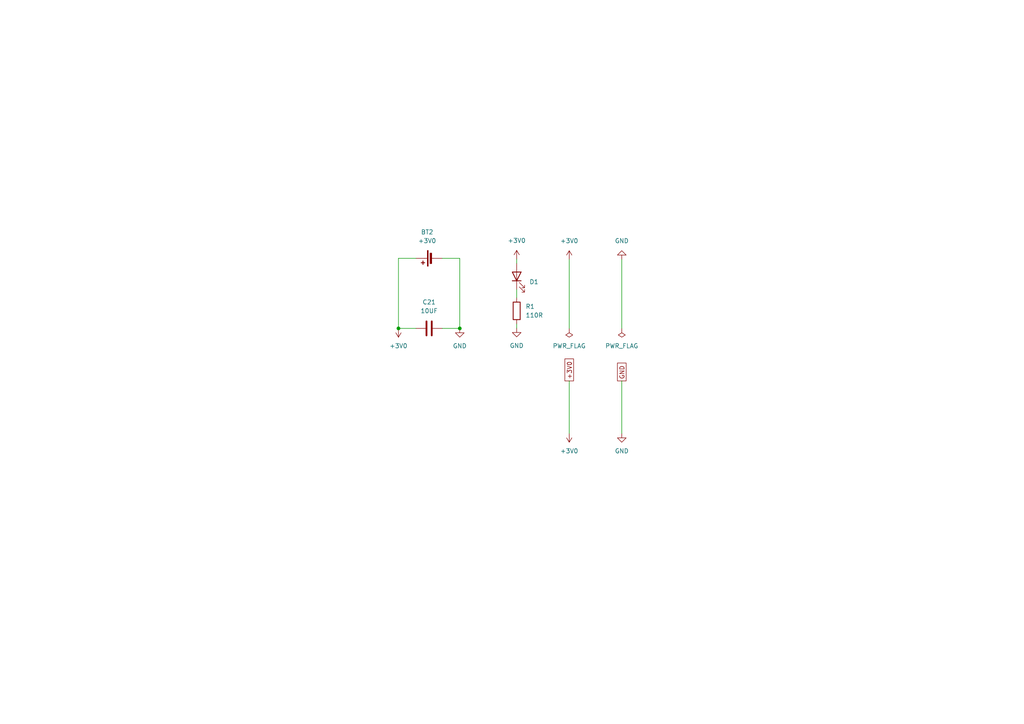
<source format=kicad_sch>
(kicad_sch (version 20250114) (generator "eeschema") (generator_version "9.0")
  (paper "A4")
  (title_block (title "Etchasketch Power") (date "2025-12-08") (rev "2.0") (company "github.com/AdrianTheHacker"))
  (lib_symbols
    (symbol "adrians_favs:SMD_BATTERY_SINGLE_CELL_CR2032" (pin_numbers (hide yes)) (pin_names (offset 0) (hide yes))
      (property "Reference" "BT" (at -1.27 2.54 90))
      (property "Value" "3V0" (at 1.27 2.54 90))
      (symbol "SMD_BATTERY_SINGLE_CELL_CR2032_0_1"
        (polyline (pts (xy -2.286 1.27) (xy -1.27 1.27)) (stroke (width 0.254)))
        (polyline (pts (xy -1.778 0.762) (xy -1.778 1.778)) (stroke (width 0.254)))
        (polyline (pts (xy -0.508 0) (xy -1.27 0)))
        (rectangle (start -0.508 -2.286) (end -0.254 2.286) (fill (type outline)))
        (rectangle (start 0.254 -1.524) (end 0.762 1.524) (fill (type outline)))
        (polyline (pts (xy 0.508 0) (xy 1.27 0)))
      )
      (symbol "SMD_BATTERY_SINGLE_CELL_CR2032_1_1"
        (pin passive line (at -3.81 0 0) (length 2.54) (name "+") (number "1"))
        (pin passive line (at 3.81 0 180) (length 2.54) (name "-") (number "2"))
      )
    )
    (symbol "adrians_favs:SMD_CAPACITOR_CERAMIC_0603_10UF" (pin_numbers (hide yes)) (pin_names (offset 0.254))
      (property "Reference" "C" (at 0.635 2.54 0))
      (property "Value" "10UF" (at 0.635 -2.54 0))
      (symbol "SMD_CAPACITOR_CERAMIC_0603_10UF_0_1"
        (polyline (pts (xy -2.032 0.762) (xy 2.032 0.762)) (stroke (width 0.508)))
        (polyline (pts (xy -2.032 -0.762) (xy 2.032 -0.762)) (stroke (width 0.508)))
      )
      (symbol "SMD_CAPACITOR_CERAMIC_0603_10UF_1_1"
        (pin passive line (at 0 3.81 270) (length 2.794) (name "~") (number "1"))
        (pin passive line (at 0 -3.81 90) (length 2.794) (name "~") (number "2"))
      )
    )
    (symbol "adrians_favs:SMD_LED_GREEN_0603_2P5V" (pin_numbers (hide yes)) (pin_names (offset 1.016) (hide yes))
      (property "Reference" "D" (at 0 2.54 0))
      (symbol "SMD_LED_GREEN_0603_2P5V_0_1"
        (polyline (pts (xy -3.048 -0.762) (xy -4.572 -2.286) (xy -3.81 -2.286) (xy -4.572 -2.286) (xy -4.572 -1.524)))
        (polyline (pts (xy -1.778 -0.762) (xy -3.302 -2.286) (xy -2.54 -2.286) (xy -3.302 -2.286) (xy -3.302 -1.524)))
        (polyline (pts (xy -1.27 0) (xy 1.27 0)))
        (polyline (pts (xy -1.27 -1.27) (xy -1.27 1.27)) (stroke (width 0.254)))
        (polyline (pts (xy 1.27 -1.27) (xy 1.27 1.27) (xy -1.27 0) (xy 1.27 -1.27)) (stroke (width 0.254)))
      )
      (symbol "SMD_LED_GREEN_0603_2P5V_1_1"
        (pin passive line (at -3.81 0 0) (length 2.54) (name "K") (number "1"))
        (pin passive line (at 3.81 0 180) (length 2.54) (name "A") (number "2"))
      )
    )
    (symbol "adrians_favs:SMD_RESISTOR_0603_110R" (pin_numbers (hide yes)) (pin_names (offset 0))
      (property "Reference" "R" (at 0 2.032 0))
      (property "Value" "110R" (at 0 0 0))
      (symbol "SMD_RESISTOR_0603_110R_0_1"
        (rectangle (start 2.54 -1.016) (end -2.54 1.016) (stroke (width 0.254)))
      )
      (symbol "SMD_RESISTOR_0603_110R_1_1"
        (pin passive line (at -3.81 0 0) (length 1.27) (name "~") (number "1"))
        (pin passive line (at 3.81 0 180) (length 1.27) (name "~") (number "2"))
      )
    )
    (symbol "power:+3V3" (power) (pin_numbers (hide yes)) (pin_names (offset 0) (hide yes))
      (property "Value" "+3V3" (at 0 3.556 0))
      (symbol "+3V3_0_1"
        (polyline (pts (xy -0.762 1.27) (xy 0 2.54)))
        (polyline (pts (xy 0 2.54) (xy 0.762 1.27)))
        (polyline (pts (xy 0 0) (xy 0 2.54)))
      )
      (symbol "+3V3_1_1"
        (pin power_in line (at 0 0 90) (length 0) (name "~") (number "1"))
      )
    )
    (symbol "power:GND" (power) (pin_numbers (hide yes)) (pin_names (offset 0) (hide yes))
      (property "Value" "GND" (at 0 -3.81 0))
      (symbol "GND_0_1"
        (polyline (pts (xy 0 0) (xy 0 -1.27) (xy 1.27 -1.27) (xy 0 -2.54) (xy -1.27 -1.27) (xy 0 -1.27)))
      )
      (symbol "GND_1_1"
        (pin power_in line (at 0 0 270) (length 0) (name "~") (number "1"))
      )
    )
    (symbol "power:PWR_FLAG" (power) (pin_numbers (hide yes)) (pin_names (offset 0) (hide yes))
      (property "Value" "PWR_FLAG" (at 0 3.81 0))
      (symbol "PWR_FLAG_0_0"
        (pin power_out line (at 0 0 90) (length 0) (name "~") (number "1"))
      )
      (symbol "PWR_FLAG_0_1"
        (polyline (pts (xy 0 0) (xy 0 1.27) (xy -1.016 1.905) (xy 0 2.54) (xy 1.016 1.905) (xy 0 1.27)))
      )
    )
  )
  (junction (at 115.57 95.25))
  (junction (at 133.35 95.25))
  (wire (pts (xy 180.34 75.25) (xy 180.34 95.25)))
  (wire (pts (xy 133.35 74.93) (xy 133.35 95.25)))
  (wire (pts (xy 149.86 75.17) (xy 149.86 76.36)))
  (wire (pts (xy 165.1 110.49) (xy 165.1 125.73)))
  (wire (pts (xy 120.65 95.25) (xy 115.57 95.25)))
  (wire (pts (xy 128.27 74.93) (xy 133.35 74.93)))
  (wire (pts (xy 115.57 95.25) (xy 115.57 74.93)))
  (wire (pts (xy 180.34 110.49) (xy 180.34 125.73)))
  (wire (pts (xy 133.35 95.25) (xy 128.27 95.25)))
  (wire (pts (xy 149.86 93.98) (xy 149.86 95.17)))
  (wire (pts (xy 115.57 74.93) (xy 120.65 74.93)))
  (wire (pts (xy 149.86 83.98) (xy 149.86 86.36)))
  (wire (pts (xy 165.1 75.25) (xy 165.1 95.25)))
  (global_label "GND" (shape passive) (at 180.34 110.49 90) (property "Intersheetrefs" "${INTERSHEET_REFS}" (effects (hide yes))))
  (global_label "+3V0" (shape passive) (at 165.1 110.49 90) (property "Intersheetrefs" "${INTERSHEET_REFS}" (effects (hide yes))))
  (symbol (lib_id "adrians_favs:SMD_CAPACITOR_CERAMIC_0603_10UF") (at 124.46 95.25 90) (unit 1)
    (property "Reference" "C21" (at 124.46 87.63 90))
    (property "Value" "10UF" (at 124.46 90.17 90))
    (property "Footprint" "adrians_favs:SMD_CAPACITOR_CERAMIC_0603" (effects (hide yes)))
    (property "Datasheet" "https://datasheets.kyocera-avx.com/cx5r.pdf" (effects (hide yes)))
    (property "Description" "10uF ceramic capacitor in 0603 form-factor." (effects (hide yes)))
    (property "Store" "https://mou.sr/49dVOXa" (effects (hide yes)))
    (property "MFG" "KYOCERA AVX" (effects (hide yes)))
    (property "MFG P/N" "06034D106KAT2A" (effects (hide yes)))
  )
  (symbol (lib_id "power:+3V3") (at 165.1 75.25 0) (unit 1)
    (property "Reference" "#PWR05" (effects (hide yes)))
    (property "Value" "+3V0" (at 165.1 69.86 0))
    (property "Description" "Power symbol creates a global label with name \"+3V3\"" (effects (hide yes)))
  )
  (symbol (lib_id "adrians_favs:SMD_BATTERY_SINGLE_CELL_CR2032") (at 124.46 74.93 0) (mirror x) (unit 1)
    (property "Reference" "BT2" (at 123.8885 67.31 0))
    (property "Value" "+3V0" (at 123.8885 69.85 0))
    (property "Footprint" "adrians_favs:SMD_BATTERY_SINGLE_CELL_CR2032" (effects (hide yes)))
    (property "Datasheet" "https://www.renata.com/en/" (effects (hide yes)))
    (property "Description" "Signle cell battery case for a CR2032 coincell battery." (effects (hide yes)))
    (property "Store" "https://mou.sr/4rY7KUn" (effects (hide yes)))
    (property "MFG" "Renata" (effects (hide yes)))
    (property "MFG P/N" "SMTU2032-G.TR" (effects (hide yes)))
  )
  (symbol (lib_id "power:PWR_FLAG") (at 180.34 95.25 180) (unit 1)
    (property "Reference" "#FLG02" (effects (hide yes)))
    (property "Value" "PWR_FLAG" (at 180.34 100.34 0))
    (property "Description" "Special symbol for telling ERC where power comes from" (effects (hide yes)))
  )
  (symbol (lib_id "power:GND") (at 149.86 95.17 0) (unit 1)
    (property "Reference" "#PWR04" (effects (hide yes)))
    (property "Value" "GND" (at 149.86 100.26 0))
    (property "Description" "Power symbol creates a global label with name \"GND\" , ground" (effects (hide yes)))
  )
  (symbol (lib_id "adrians_favs:SMD_RESISTOR_0603_110R") (at 149.86 90.17 90) (unit 1)
    (property "Reference" "R1" (at 152.42 88.8999 90) (effects (justify right)))
    (property "Value" "110R" (at 152.42 91.4399 90) (effects (justify right)))
    (property "Footprint" "adrians_favs:SMD_RESISTOR_0603" (effects (hide yes)))
    (property "Datasheet" "https://www.te.com/commerce/DocumentDelivery/DDEController?Action=showdoc&DocId=Data+Sheet%7F1773450%7FA1%7Fpdf%7FEnglish%7FENG_DS_1773450_A1.pdf%7FCAT-F52-R" (effects (hide yes)))
    (property "Description" "SMD 110Ω resistor in 0603 form-factor." (effects (hide yes)))
    (property "Store" "https://mou.sr/3XZ6EKp" (effects (hide yes)))
    (property "MFG" "TE Connectivity / Holsworthy" (effects (hide yes)))
    (property "MFG P/N" "RT73F1J110RBTD" (effects (hide yes)))
  )
  (symbol (lib_id "adrians_favs:SMD_LED_GREEN_0603_2P5V") (at 149.86 80.17 90) (unit 1)
    (property "Reference" "D1" (at 153.53 81.7574 90) (effects (justify right)))
    (property "Value" "Green" (effects (hide yes)))
    (property "Footprint" "adrians_favs:SMD_LED_GREEN_0603" (effects (hide yes)))
    (property "Description" "2.5V tiny green LED in 0603 form-factor." (effects (hide yes)))
    (property "Sim.Pins" "1=K 2=A" (effects (hide yes)))
    (property "Store" "https://mou.sr/3MG6oNW" (effects (hide yes)))
    (property "MFG" "ams OSRAM" (effects (hide yes)))
    (property "MFG P/N" "KT EELP41.12-S2U1-25-2X4X-5-R18" (effects (hide yes)))
  )
  (symbol (lib_id "power:GND") (at 180.34 75.25 180) (unit 1)
    (property "Reference" "#PWR06" (effects (hide yes)))
    (property "Value" "GND" (at 180.34 69.86 0))
    (property "Description" "Power symbol creates a global label with name \"GND\" , ground" (effects (hide yes)))
  )
  (symbol (lib_id "power:+3V3") (at 115.57 95.25 180) (unit 1)
    (property "Reference" "#PWR02" (effects (hide yes)))
    (property "Value" "+3V0" (at 115.57 100.33 0))
    (property "Description" "Power symbol creates a global label with name \"+3V3\"" (effects (hide yes)))
  )
  (symbol (lib_id "power:+3V3") (at 165.1 125.73 180) (unit 1)
    (property "Reference" "#PWR09" (effects (hide yes)))
    (property "Value" "+3V0" (at 165.1 130.81 0))
    (property "Description" "Power symbol creates a global label with name \"+3V3\"" (effects (hide yes)))
  )
  (symbol (lib_id "power:PWR_FLAG") (at 165.1 95.25 180) (unit 1)
    (property "Reference" "#FLG01" (effects (hide yes)))
    (property "Value" "PWR_FLAG" (at 165.1 100.34 0))
    (property "Description" "Special symbol for telling ERC where power comes from" (effects (hide yes)))
  )
  (symbol (lib_id "power:GND") (at 180.34 125.73 0) (unit 1)
    (property "Reference" "#PWR010" (effects (hide yes)))
    (property "Value" "GND" (at 180.34 130.81 0))
    (property "Description" "Power symbol creates a global label with name \"GND\" , ground" (effects (hide yes)))
  )
  (symbol (lib_id "power:GND") (at 133.35 95.25 0) (unit 1)
    (property "Reference" "#PWR01" (effects (hide yes)))
    (property "Value" "GND" (at 133.35 100.34 0))
    (property "Description" "Power symbol creates a global label with name \"GND\" , ground" (effects (hide yes)))
  )
  (symbol (lib_id "power:+3V3") (at 149.86 75.17 0) (unit 1)
    (property "Reference" "#PWR03" (effects (hide yes)))
    (property "Value" "+3V0" (at 149.86 69.78 0))
    (property "Description" "Power symbol creates a global label with name \"+3V3\"" (effects (hide yes)))
  )
)
</source>
